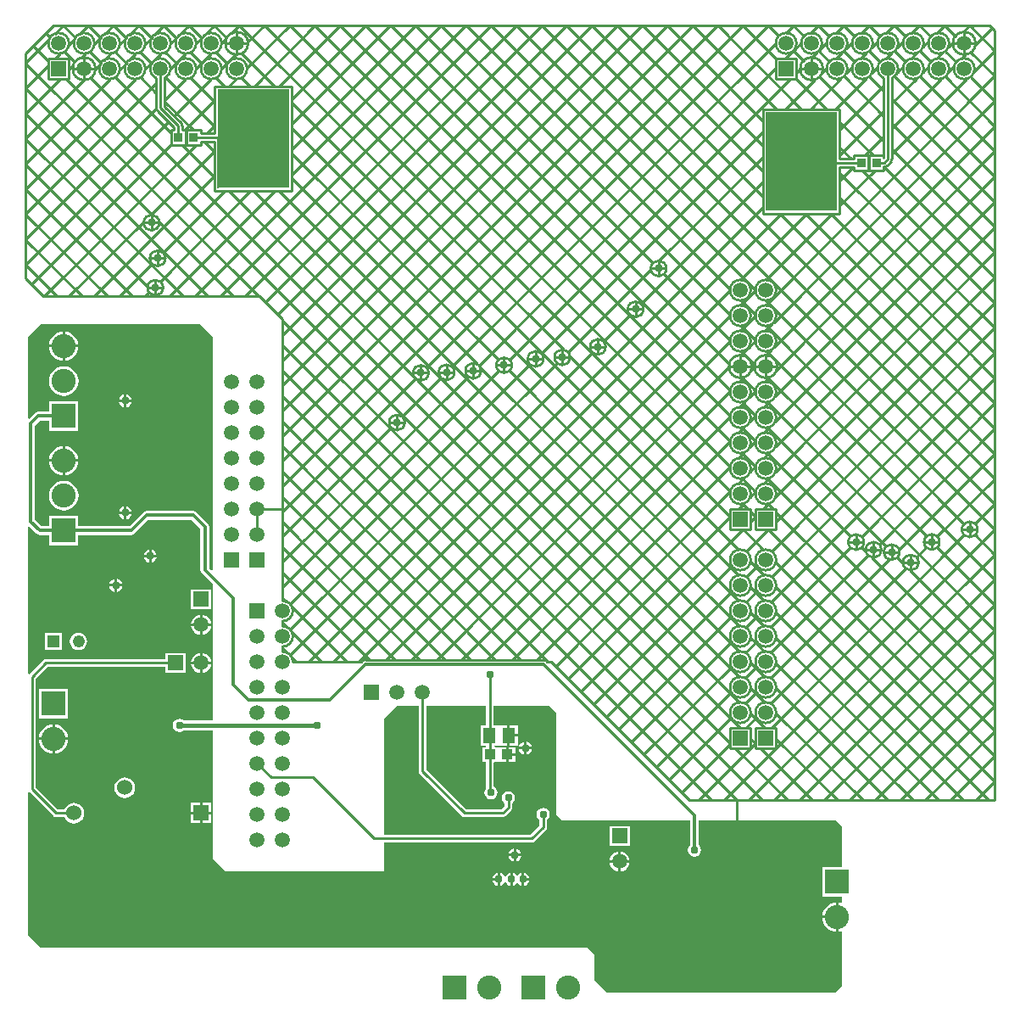
<source format=gbl>
G04 Layer_Physical_Order=2*
G04 Layer_Color=16711680*
%FSLAX25Y25*%
%MOIN*%
G70*
G01*
G75*
%ADD10C,0.01000*%
%ADD17R,0.05118X0.05906*%
%ADD20R,0.03500X0.03500*%
%ADD25C,0.01400*%
%ADD26C,0.01800*%
%ADD29R,0.09500X0.09500*%
%ADD30C,0.09500*%
%ADD31C,0.05906*%
%ADD32R,0.05906X0.05906*%
%ADD33R,0.05906X0.05906*%
%ADD34R,0.04800X0.04800*%
%ADD35C,0.04800*%
%ADD36C,0.06000*%
%ADD37R,0.06000X0.06000*%
%ADD38R,0.09500X0.09500*%
%ADD39C,0.03100*%
%ADD40R,0.04331X0.03937*%
%ADD41R,0.00500X0.20000*%
%ADD42R,0.28000X0.39000*%
G36*
X182500Y367500D02*
Y276105D01*
X182038Y275913D01*
X181233Y276718D01*
Y293000D01*
X181101Y293663D01*
X180726Y294226D01*
X176226Y298726D01*
X175663Y299101D01*
X175000Y299233D01*
X156500D01*
X155837Y299101D01*
X155274Y298726D01*
X149782Y293233D01*
X129750D01*
Y297250D01*
X118250D01*
Y293233D01*
X115218D01*
X112733Y295718D01*
Y332782D01*
X114718Y334767D01*
X118250D01*
Y330750D01*
X129750D01*
Y342250D01*
X118250D01*
Y338233D01*
X114000D01*
X113337Y338101D01*
X112774Y337726D01*
X110462Y335413D01*
X110000Y335605D01*
Y367500D01*
X115000Y372500D01*
X177500D01*
X182500Y367500D01*
D02*
G37*
G36*
X177767Y292282D02*
Y276000D01*
X177899Y275337D01*
X178274Y274774D01*
X182500Y270549D01*
Y216937D01*
X171191D01*
X170495Y217402D01*
X169500Y217600D01*
X168505Y217402D01*
X167662Y216839D01*
X167098Y215995D01*
X166900Y215000D01*
X167098Y214005D01*
X167662Y213161D01*
X168505Y212598D01*
X169500Y212400D01*
X170495Y212598D01*
X171191Y213063D01*
X182500D01*
Y162500D01*
X187500Y157500D01*
X250000D01*
Y168500D01*
Y168971D01*
X308000D01*
X308585Y169087D01*
X309081Y169419D01*
X313581Y173919D01*
X313913Y174415D01*
X314029Y175000D01*
Y177955D01*
X314338Y178162D01*
X314902Y179005D01*
X315100Y180000D01*
X314902Y180995D01*
X314338Y181838D01*
X313495Y182402D01*
X312500Y182600D01*
X311505Y182402D01*
X310662Y181838D01*
X310098Y180995D01*
X309900Y180000D01*
X310098Y179005D01*
X310662Y178162D01*
X310971Y177955D01*
Y175634D01*
X307366Y172029D01*
X250000D01*
Y217500D01*
X255000Y222500D01*
X263471D01*
Y197000D01*
X263587Y196415D01*
X263919Y195919D01*
X280419Y179419D01*
X280915Y179087D01*
X281500Y178971D01*
X296500D01*
X297085Y179087D01*
X297581Y179419D01*
X299877Y181714D01*
X300208Y182210D01*
X300325Y182795D01*
Y184455D01*
X300634Y184662D01*
X301197Y185505D01*
X301395Y186500D01*
X301197Y187495D01*
X300634Y188338D01*
X299790Y188902D01*
X298795Y189100D01*
X297800Y188902D01*
X296957Y188338D01*
X296393Y187495D01*
X296195Y186500D01*
X296393Y185505D01*
X296957Y184662D01*
X297266Y184455D01*
Y183429D01*
X295866Y182029D01*
X282134D01*
X266529Y197634D01*
Y222500D01*
X289971D01*
Y214953D01*
X287876D01*
Y207047D01*
X289971D01*
Y206469D01*
X288473D01*
Y200532D01*
X289971D01*
Y190053D01*
X289598Y189495D01*
X289400Y188500D01*
X289598Y187505D01*
X290161Y186662D01*
X291005Y186098D01*
X292000Y185900D01*
X292995Y186098D01*
X293839Y186662D01*
X294402Y187505D01*
X294600Y188500D01*
X294402Y189495D01*
X293839Y190338D01*
X293029Y190879D01*
Y200178D01*
X293383Y200532D01*
X294665D01*
X294803Y200532D01*
X294984D01*
X295165D01*
X295303Y200532D01*
X297831D01*
Y203500D01*
Y206469D01*
X295303D01*
X295165Y206469D01*
X294984D01*
X294803D01*
X294665Y206469D01*
X293511D01*
X293304Y206968D01*
X293383Y207047D01*
X294856D01*
X294994Y207047D01*
X295175D01*
X295356D01*
X295494Y207047D01*
X298415D01*
Y211000D01*
Y214953D01*
X295494D01*
X295356Y214953D01*
X295175D01*
X294994D01*
X294856Y214953D01*
X293029D01*
Y222500D01*
X315000D01*
X317500Y220000D01*
Y215000D01*
Y180000D01*
X320000Y177500D01*
X370267D01*
Y167909D01*
X370162Y167838D01*
X369598Y166995D01*
X369400Y166000D01*
X369598Y165005D01*
X370162Y164162D01*
X371005Y163598D01*
X372000Y163400D01*
X372995Y163598D01*
X373838Y164162D01*
X374402Y165005D01*
X374600Y166000D01*
X374402Y166995D01*
X373838Y167838D01*
X373733Y167909D01*
Y177500D01*
X427500D01*
X430000Y175000D01*
Y159250D01*
X422250D01*
Y147750D01*
X430000D01*
Y145566D01*
X429584Y145288D01*
X429501Y145323D01*
X428500Y145454D01*
Y139720D01*
Y133987D01*
X429501Y134118D01*
X429584Y134153D01*
X430000Y133875D01*
Y112500D01*
X427500Y110000D01*
X337500D01*
X332500Y115000D01*
Y125000D01*
X330000Y127500D01*
X115000D01*
X110000Y132500D01*
Y188645D01*
X110182Y188764D01*
X110500Y188837D01*
X119919Y179419D01*
X120415Y179087D01*
X121000Y178971D01*
X124304D01*
X124506Y178483D01*
X125147Y177647D01*
X125983Y177006D01*
X126956Y176603D01*
X128000Y176465D01*
X129044Y176603D01*
X130017Y177006D01*
X130853Y177647D01*
X131494Y178483D01*
X131897Y179456D01*
X132035Y180500D01*
X131897Y181544D01*
X131494Y182517D01*
X130853Y183353D01*
X130017Y183994D01*
X129044Y184397D01*
X128000Y184535D01*
X126956Y184397D01*
X125983Y183994D01*
X125147Y183353D01*
X124506Y182517D01*
X124304Y182029D01*
X121634D01*
X113029Y190633D01*
Y233366D01*
X117633Y237971D01*
X164047D01*
Y235547D01*
X171953D01*
Y243453D01*
X164047D01*
Y241029D01*
X117000D01*
X116512Y240932D01*
X116415Y240913D01*
X115919Y240581D01*
X110500Y235163D01*
X110182Y235236D01*
X110000Y235355D01*
Y292895D01*
X110462Y293087D01*
X113274Y290274D01*
X113837Y289899D01*
X114500Y289767D01*
X118250D01*
Y285750D01*
X129750D01*
Y289767D01*
X150500D01*
X151163Y289899D01*
X151726Y290274D01*
X157218Y295767D01*
X174282D01*
X177767Y292282D01*
D02*
G37*
%LPC*%
G36*
X305000Y205500D02*
X302999D01*
X303098Y205005D01*
X303661Y204162D01*
X304505Y203598D01*
X305000Y203500D01*
Y205500D01*
D02*
G37*
G36*
X301496Y203000D02*
X298831D01*
Y200532D01*
X301496D01*
Y203000D01*
D02*
G37*
G36*
X119500Y209221D02*
X114266D01*
X114398Y208219D01*
X114977Y206821D01*
X115899Y205620D01*
X117100Y204698D01*
X118499Y204118D01*
X119500Y203987D01*
Y209221D01*
D02*
G37*
G36*
X308000Y205500D02*
X306000D01*
Y203500D01*
X306495Y203598D01*
X307339Y204162D01*
X307902Y205005D01*
X308000Y205500D01*
D02*
G37*
G36*
X148000Y194535D02*
X146956Y194397D01*
X145983Y193994D01*
X145147Y193353D01*
X144506Y192517D01*
X144103Y191544D01*
X143965Y190500D01*
X144103Y189456D01*
X144506Y188483D01*
X145147Y187647D01*
X145983Y187006D01*
X146956Y186603D01*
X148000Y186466D01*
X149044Y186603D01*
X150017Y187006D01*
X150853Y187647D01*
X151494Y188483D01*
X151897Y189456D01*
X152034Y190500D01*
X151897Y191544D01*
X151494Y192517D01*
X150853Y193353D01*
X150017Y193994D01*
X149044Y194397D01*
X148000Y194535D01*
D02*
G37*
G36*
X182000Y180000D02*
X178500D01*
Y176500D01*
X182000D01*
Y180000D01*
D02*
G37*
G36*
X177500Y239000D02*
X174079D01*
X174149Y238468D01*
X174547Y237507D01*
X175181Y236681D01*
X176006Y236047D01*
X176968Y235649D01*
X177500Y235579D01*
Y239000D01*
D02*
G37*
G36*
X182000Y184500D02*
X178500D01*
Y181000D01*
X182000D01*
Y184500D01*
D02*
G37*
G36*
X177500D02*
X174000D01*
Y181000D01*
X177500D01*
Y184500D01*
D02*
G37*
G36*
X119500Y215454D02*
X118499Y215322D01*
X117100Y214743D01*
X115899Y213821D01*
X114977Y212620D01*
X114398Y211222D01*
X114266Y210221D01*
X119500D01*
Y215454D01*
D02*
G37*
G36*
X302474Y210500D02*
X299415D01*
Y207047D01*
X302474D01*
Y210500D01*
D02*
G37*
G36*
X299415Y214953D02*
Y211500D01*
X302474D01*
Y214953D01*
X299415D01*
D02*
G37*
G36*
X120500Y215454D02*
Y210221D01*
X125734D01*
X125602Y211222D01*
X125023Y212620D01*
X124101Y213821D01*
X122900Y214743D01*
X121501Y215322D01*
X120500Y215454D01*
D02*
G37*
G36*
X306000Y208501D02*
Y206500D01*
X308000D01*
X307902Y206995D01*
X307339Y207839D01*
X306495Y208402D01*
X306000Y208501D01*
D02*
G37*
G36*
X125750Y229250D02*
X114250D01*
Y217750D01*
X125750D01*
Y229250D01*
D02*
G37*
G36*
X125734Y209221D02*
X120500D01*
Y203987D01*
X121501Y204118D01*
X122900Y204698D01*
X124101Y205620D01*
X125023Y206821D01*
X125602Y208219D01*
X125734Y209221D01*
D02*
G37*
G36*
X305000Y208501D02*
X304505Y208402D01*
X303661Y207839D01*
X303098Y206995D01*
X302999Y206500D01*
X305000D01*
Y208501D01*
D02*
G37*
G36*
X298831Y206469D02*
Y204000D01*
X301496D01*
Y206469D01*
X298831D01*
D02*
G37*
G36*
X299500Y157001D02*
X299005Y156902D01*
X298162Y156338D01*
X297801Y155798D01*
X297199D01*
X296838Y156338D01*
X295995Y156902D01*
X295500Y157001D01*
Y154500D01*
Y151999D01*
X295995Y152098D01*
X296838Y152662D01*
X297199Y153202D01*
X297801D01*
X298162Y152662D01*
X299005Y152098D01*
X299500Y151999D01*
Y154500D01*
Y157001D01*
D02*
G37*
G36*
X305000D02*
Y155000D01*
X307000D01*
X306902Y155495D01*
X306339Y156338D01*
X305495Y156902D01*
X305000Y157001D01*
D02*
G37*
G36*
X342000Y161000D02*
X338579D01*
X338649Y160468D01*
X339047Y159507D01*
X339681Y158681D01*
X340507Y158047D01*
X341468Y157649D01*
X342000Y157579D01*
Y161000D01*
D02*
G37*
G36*
X304000Y157001D02*
X303505Y156902D01*
X302661Y156338D01*
X302500Y156097D01*
X302000D01*
X301838Y156338D01*
X300995Y156902D01*
X300500Y157001D01*
Y154500D01*
Y151999D01*
X300995Y152098D01*
X301838Y152662D01*
X302000Y152903D01*
X302500D01*
X302661Y152662D01*
X303505Y152098D01*
X304000Y151999D01*
Y154500D01*
Y157001D01*
D02*
G37*
G36*
X294500D02*
X294005Y156902D01*
X293162Y156338D01*
X292598Y155495D01*
X292499Y155000D01*
X294500D01*
Y157001D01*
D02*
G37*
G36*
X427500Y145454D02*
X426499Y145323D01*
X425100Y144743D01*
X423899Y143821D01*
X422977Y142620D01*
X422398Y141221D01*
X422266Y140220D01*
X427500D01*
Y145454D01*
D02*
G37*
G36*
Y139220D02*
X422266D01*
X422398Y138219D01*
X422977Y136821D01*
X423899Y135619D01*
X425100Y134698D01*
X426499Y134118D01*
X427500Y133987D01*
Y139220D01*
D02*
G37*
G36*
X307000Y154000D02*
X305000D01*
Y151999D01*
X305495Y152098D01*
X306339Y152662D01*
X306902Y153505D01*
X307000Y154000D01*
D02*
G37*
G36*
X294500D02*
X292499D01*
X292598Y153505D01*
X293162Y152662D01*
X294005Y152098D01*
X294500Y151999D01*
Y154000D01*
D02*
G37*
G36*
X301854Y166500D02*
Y164500D01*
X303855D01*
X303756Y164995D01*
X303193Y165838D01*
X302349Y166402D01*
X301854Y166500D01*
D02*
G37*
G36*
X300854D02*
X300359Y166402D01*
X299516Y165838D01*
X298952Y164995D01*
X298854Y164500D01*
X300854D01*
Y166500D01*
D02*
G37*
G36*
X177500Y180000D02*
X174000D01*
Y176500D01*
X177500D01*
Y180000D01*
D02*
G37*
G36*
X346453Y175453D02*
X338547D01*
Y167547D01*
X346453D01*
Y175453D01*
D02*
G37*
G36*
X343000Y165421D02*
Y162000D01*
X346421D01*
X346351Y162532D01*
X345953Y163493D01*
X345319Y164319D01*
X344493Y164953D01*
X343532Y165351D01*
X343000Y165421D01*
D02*
G37*
G36*
X300854Y163500D02*
X298854D01*
X298952Y163005D01*
X299516Y162162D01*
X300359Y161598D01*
X300854Y161500D01*
Y163500D01*
D02*
G37*
G36*
X346421Y161000D02*
X343000D01*
Y157579D01*
X343532Y157649D01*
X344493Y158047D01*
X345319Y158681D01*
X345953Y159507D01*
X346351Y160468D01*
X346421Y161000D01*
D02*
G37*
G36*
X342000Y165421D02*
X341468Y165351D01*
X340507Y164953D01*
X339681Y164319D01*
X339047Y163493D01*
X338649Y162532D01*
X338579Y162000D01*
X342000D01*
Y165421D01*
D02*
G37*
G36*
X303855Y163500D02*
X301854D01*
Y161500D01*
X302349Y161598D01*
X303193Y162162D01*
X303756Y163005D01*
X303855Y163500D01*
D02*
G37*
G36*
X129734Y318559D02*
X124500D01*
Y313325D01*
X125501Y313457D01*
X126900Y314036D01*
X128101Y314958D01*
X129023Y316159D01*
X129602Y317558D01*
X129734Y318559D01*
D02*
G37*
G36*
X123500D02*
X118266D01*
X118398Y317558D01*
X118977Y316159D01*
X119899Y314958D01*
X121100Y314036D01*
X122499Y313457D01*
X123500Y313325D01*
Y318559D01*
D02*
G37*
G36*
X124500Y324793D02*
Y319559D01*
X129734D01*
X129602Y320560D01*
X129023Y321959D01*
X128101Y323160D01*
X126900Y324082D01*
X125501Y324661D01*
X124500Y324793D01*
D02*
G37*
G36*
X123500D02*
X122499Y324661D01*
X121100Y324082D01*
X119899Y323160D01*
X118977Y321959D01*
X118398Y320560D01*
X118266Y319559D01*
X123500D01*
Y324793D01*
D02*
G37*
G36*
X124000Y311079D02*
X122499Y310881D01*
X121100Y310302D01*
X119899Y309381D01*
X118977Y308179D01*
X118398Y306781D01*
X118200Y305279D01*
X118398Y303779D01*
X118977Y302380D01*
X119899Y301179D01*
X121100Y300257D01*
X122499Y299677D01*
X124000Y299480D01*
X125501Y299677D01*
X126900Y300257D01*
X128101Y301179D01*
X129023Y302380D01*
X129602Y303779D01*
X129800Y305279D01*
X129602Y306781D01*
X129023Y308179D01*
X128101Y309381D01*
X126900Y310302D01*
X125501Y310881D01*
X124000Y311079D01*
D02*
G37*
G36*
X150741Y298000D02*
X148740D01*
Y296000D01*
X149235Y296098D01*
X150079Y296661D01*
X150642Y297505D01*
X150741Y298000D01*
D02*
G37*
G36*
X147740D02*
X145740D01*
X145838Y297505D01*
X146402Y296661D01*
X147245Y296098D01*
X147740Y296000D01*
Y298000D01*
D02*
G37*
G36*
X148740Y301000D02*
Y299000D01*
X150741D01*
X150642Y299495D01*
X150079Y300339D01*
X149235Y300902D01*
X148740Y301000D01*
D02*
G37*
G36*
X147740D02*
X147245Y300902D01*
X146402Y300339D01*
X145838Y299495D01*
X145740Y299000D01*
X147740D01*
Y301000D01*
D02*
G37*
G36*
X129734Y363559D02*
X124500D01*
Y358325D01*
X125501Y358457D01*
X126900Y359036D01*
X128101Y359958D01*
X129023Y361159D01*
X129602Y362558D01*
X129734Y363559D01*
D02*
G37*
G36*
X123500D02*
X118266D01*
X118398Y362558D01*
X118977Y361159D01*
X119899Y359958D01*
X121100Y359036D01*
X122499Y358457D01*
X123500Y358325D01*
Y363559D01*
D02*
G37*
G36*
X124500Y369793D02*
Y364559D01*
X129734D01*
X129602Y365560D01*
X129023Y366959D01*
X128101Y368160D01*
X126900Y369082D01*
X125501Y369661D01*
X124500Y369793D01*
D02*
G37*
G36*
X123500Y369793D02*
X122499Y369661D01*
X121100Y369082D01*
X119899Y368160D01*
X118977Y366959D01*
X118398Y365560D01*
X118266Y364559D01*
X123500D01*
Y369793D01*
D02*
G37*
G36*
X124000Y356079D02*
X122499Y355882D01*
X121100Y355302D01*
X119899Y354380D01*
X118977Y353179D01*
X118398Y351781D01*
X118200Y350279D01*
X118398Y348779D01*
X118977Y347380D01*
X119899Y346179D01*
X121100Y345257D01*
X122499Y344677D01*
X124000Y344480D01*
X125501Y344677D01*
X126900Y345257D01*
X128101Y346179D01*
X129023Y347380D01*
X129602Y348779D01*
X129800Y350279D01*
X129602Y351781D01*
X129023Y353179D01*
X128101Y354380D01*
X126900Y355302D01*
X125501Y355882D01*
X124000Y356079D01*
D02*
G37*
G36*
X150741Y342000D02*
X148740D01*
Y340000D01*
X149235Y340098D01*
X150079Y340662D01*
X150642Y341505D01*
X150741Y342000D01*
D02*
G37*
G36*
X147740D02*
X145740D01*
X145838Y341505D01*
X146402Y340662D01*
X147245Y340098D01*
X147740Y340000D01*
Y342000D01*
D02*
G37*
G36*
X148740Y345001D02*
Y343000D01*
X150741D01*
X150642Y343495D01*
X150079Y344338D01*
X149235Y344902D01*
X148740Y345001D01*
D02*
G37*
G36*
X147740D02*
X147245Y344902D01*
X146402Y344338D01*
X145838Y343495D01*
X145740Y343000D01*
X147740D01*
Y345001D01*
D02*
G37*
G36*
X181921Y254000D02*
X178500D01*
Y250579D01*
X179032Y250649D01*
X179993Y251047D01*
X180819Y251681D01*
X181453Y252507D01*
X181851Y253468D01*
X181921Y254000D01*
D02*
G37*
G36*
X177500D02*
X174079D01*
X174149Y253468D01*
X174547Y252507D01*
X175181Y251681D01*
X176007Y251047D01*
X176968Y250649D01*
X177500Y250579D01*
Y254000D01*
D02*
G37*
G36*
X178500Y258421D02*
Y255000D01*
X181921D01*
X181851Y255532D01*
X181453Y256493D01*
X180819Y257319D01*
X179993Y257953D01*
X179032Y258351D01*
X178500Y258421D01*
D02*
G37*
G36*
X177500D02*
X176968Y258351D01*
X176007Y257953D01*
X175181Y257319D01*
X174547Y256493D01*
X174149Y255532D01*
X174079Y255000D01*
X177500D01*
Y258421D01*
D02*
G37*
G36*
X123400Y251400D02*
X116600D01*
Y244600D01*
X123400D01*
Y251400D01*
D02*
G37*
G36*
X177500Y243421D02*
X176968Y243351D01*
X176006Y242953D01*
X175181Y242319D01*
X174547Y241493D01*
X174149Y240532D01*
X174079Y240000D01*
X177500D01*
Y243421D01*
D02*
G37*
G36*
X181921Y239000D02*
X178500D01*
Y235579D01*
X179032Y235649D01*
X179993Y236047D01*
X180819Y236681D01*
X181453Y237507D01*
X181851Y238468D01*
X181921Y239000D01*
D02*
G37*
G36*
X129800Y251429D02*
X128912Y251312D01*
X128085Y250970D01*
X127375Y250425D01*
X126830Y249715D01*
X126488Y248888D01*
X126371Y248000D01*
X126488Y247112D01*
X126830Y246285D01*
X127375Y245575D01*
X128085Y245030D01*
X128912Y244688D01*
X129800Y244571D01*
X130688Y244688D01*
X131515Y245030D01*
X132225Y245575D01*
X132770Y246285D01*
X133113Y247112D01*
X133229Y248000D01*
X133113Y248888D01*
X132770Y249715D01*
X132225Y250425D01*
X131515Y250970D01*
X130688Y251312D01*
X129800Y251429D01*
D02*
G37*
G36*
X178500Y243421D02*
Y240000D01*
X181921D01*
X181851Y240532D01*
X181453Y241493D01*
X180819Y242319D01*
X179993Y242953D01*
X179032Y243351D01*
X178500Y243421D01*
D02*
G37*
G36*
X160501Y281000D02*
X158500D01*
Y278999D01*
X158995Y279098D01*
X159838Y279661D01*
X160402Y280505D01*
X160501Y281000D01*
D02*
G37*
G36*
X157500D02*
X155499D01*
X155598Y280505D01*
X156162Y279661D01*
X157005Y279098D01*
X157500Y278999D01*
Y281000D01*
D02*
G37*
G36*
X158500Y284000D02*
Y282000D01*
X160501D01*
X160402Y282495D01*
X159838Y283338D01*
X158995Y283902D01*
X158500Y284000D01*
D02*
G37*
G36*
X157500D02*
X157005Y283902D01*
X156162Y283338D01*
X155598Y282495D01*
X155499Y282000D01*
X157500D01*
Y284000D01*
D02*
G37*
G36*
X145000Y272500D02*
Y270500D01*
X147001D01*
X146902Y270995D01*
X146338Y271838D01*
X145495Y272402D01*
X145000Y272500D01*
D02*
G37*
G36*
X144000Y269500D02*
X141999D01*
X142098Y269005D01*
X142662Y268162D01*
X143505Y267598D01*
X144000Y267499D01*
Y269500D01*
D02*
G37*
G36*
X181953Y268453D02*
X174047D01*
Y260547D01*
X181953D01*
Y268453D01*
D02*
G37*
G36*
X144000Y272500D02*
X143505Y272402D01*
X142662Y271838D01*
X142098Y270995D01*
X141999Y270500D01*
X144000D01*
Y272500D01*
D02*
G37*
G36*
X147001Y269500D02*
X145000D01*
Y267499D01*
X145495Y267598D01*
X146338Y268162D01*
X146902Y269005D01*
X147001Y269500D01*
D02*
G37*
%LPD*%
D10*
X482453Y483000D02*
G03*
X482453Y483000I-4453J0D01*
G01*
X482053Y473000D02*
G03*
X482053Y473000I-4053J0D01*
G01*
X472053Y483000D02*
G03*
X472053Y483000I-4053J0D01*
G01*
Y473000D02*
G03*
X472053Y473000I-4053J0D01*
G01*
X462053Y483000D02*
G03*
X462053Y483000I-4053J0D01*
G01*
X442053D02*
G03*
X442053Y483000I-4053J0D01*
G01*
X462053Y473000D02*
G03*
X462053Y473000I-4053J0D01*
G01*
X452053D02*
G03*
X446400Y469276I-4053J0D01*
G01*
X452053Y483000D02*
G03*
X452053Y483000I-4053J0D01*
G01*
X442053Y473000D02*
G03*
X442053Y473000I-4053J0D01*
G01*
X449600Y469276D02*
G03*
X452053Y473000I-1600J3724D01*
G01*
X449130Y436367D02*
G03*
X449600Y437500I-1130J1133D01*
G01*
X449131Y436369D02*
G03*
X449600Y437500I-1131J1131D01*
G01*
X446500Y434400D02*
G03*
X447633Y434870I0J1600D01*
G01*
X446500Y434400D02*
G03*
X447631Y434869I0J1600D01*
G01*
X432053Y483000D02*
G03*
X432053Y483000I-4053J0D01*
G01*
X432053Y473000D02*
G03*
X432053Y473000I-4053J0D01*
G01*
X422053Y483000D02*
G03*
X422053Y483000I-4053J0D01*
G01*
X412053D02*
G03*
X412053Y483000I-4053J0D01*
G01*
X422453Y473000D02*
G03*
X422453Y473000I-4453J0D01*
G01*
X404053Y376000D02*
G03*
X404053Y376000I-4053J0D01*
G01*
Y386000D02*
G03*
X404053Y386000I-4053J0D01*
G01*
Y366000D02*
G03*
X404053Y366000I-4053J0D01*
G01*
X394053Y376000D02*
G03*
X394053Y376000I-4053J0D01*
G01*
Y366000D02*
G03*
X394053Y366000I-4053J0D01*
G01*
Y386000D02*
G03*
X394053Y386000I-4053J0D01*
G01*
X404453Y356000D02*
G03*
X404453Y356000I-4453J0D01*
G01*
X394453Y356000D02*
G03*
X394453Y356000I-4453J0D01*
G01*
X483211Y292000D02*
G03*
X483211Y292000I-3050J0D01*
G01*
X468300Y287059D02*
G03*
X468300Y287059I-3050J0D01*
G01*
X445442Y284000D02*
G03*
X445442Y284000I-3050J0D01*
G01*
X438542Y287000D02*
G03*
X438542Y287000I-3050J0D01*
G01*
X452550Y283063D02*
G03*
X452550Y283063I-3050J0D01*
G01*
X460050Y279000D02*
G03*
X460050Y279000I-3050J0D01*
G01*
X404053Y346000D02*
G03*
X404053Y346000I-4053J0D01*
G01*
Y336000D02*
G03*
X404053Y336000I-4053J0D01*
G01*
Y326000D02*
G03*
X404053Y326000I-4053J0D01*
G01*
Y316000D02*
G03*
X404053Y316000I-4053J0D01*
G01*
Y306000D02*
G03*
X404053Y306000I-4053J0D01*
G01*
Y280000D02*
G03*
X404053Y280000I-4053J0D01*
G01*
X394053Y346000D02*
G03*
X394053Y346000I-4053J0D01*
G01*
Y336000D02*
G03*
X394053Y336000I-4053J0D01*
G01*
Y326000D02*
G03*
X394053Y326000I-4053J0D01*
G01*
Y316000D02*
G03*
X394053Y316000I-4053J0D01*
G01*
X394053Y306000D02*
G03*
X394053Y306000I-4053J0D01*
G01*
X404053Y260000D02*
G03*
X404053Y260000I-4053J0D01*
G01*
Y250000D02*
G03*
X404053Y250000I-4053J0D01*
G01*
Y270000D02*
G03*
X404053Y270000I-4053J0D01*
G01*
Y240000D02*
G03*
X404053Y240000I-4053J0D01*
G01*
Y230000D02*
G03*
X404053Y230000I-4053J0D01*
G01*
Y220000D02*
G03*
X404053Y220000I-4053J0D01*
G01*
X394053Y270000D02*
G03*
X394053Y270000I-4053J0D01*
G01*
Y260000D02*
G03*
X394053Y260000I-4053J0D01*
G01*
Y280000D02*
G03*
X394053Y280000I-4053J0D01*
G01*
Y240000D02*
G03*
X394053Y240000I-4053J0D01*
G01*
Y250000D02*
G03*
X394053Y250000I-4053J0D01*
G01*
Y220000D02*
G03*
X394053Y220000I-4053J0D01*
G01*
Y230000D02*
G03*
X394053Y230000I-4053J0D01*
G01*
X186053Y483000D02*
G03*
X186053Y483000I-4053J0D01*
G01*
X196453D02*
G03*
X196453Y483000I-4453J0D01*
G01*
X196053Y473000D02*
G03*
X196053Y473000I-4053J0D01*
G01*
X186053D02*
G03*
X186053Y473000I-4053J0D01*
G01*
X176053Y483000D02*
G03*
X176053Y483000I-4053J0D01*
G01*
Y473000D02*
G03*
X176053Y473000I-4053J0D01*
G01*
X360912Y394500D02*
G03*
X360912Y394500I-3050J0D01*
G01*
X170600Y450500D02*
G03*
X170130Y451633I-1600J0D01*
G01*
X170600Y450500D02*
G03*
X170131Y451631I-1600J0D01*
G01*
X166053Y483000D02*
G03*
X166053Y483000I-4053J0D01*
G01*
X156053D02*
G03*
X156053Y483000I-4053J0D01*
G01*
X146053D02*
G03*
X146053Y483000I-4053J0D01*
G01*
X166053Y473000D02*
G03*
X160400Y469276I-4053J0D01*
G01*
X156053Y473000D02*
G03*
X156053Y473000I-4053J0D01*
G01*
X146053D02*
G03*
X146053Y473000I-4053J0D01*
G01*
X136053Y483000D02*
G03*
X136053Y483000I-4053J0D01*
G01*
X126053D02*
G03*
X126053Y483000I-4053J0D01*
G01*
X136453Y473000D02*
G03*
X136453Y473000I-4453J0D01*
G01*
X163600Y469276D02*
G03*
X166053Y473000I-1600J3724D01*
G01*
X160400Y457500D02*
G03*
X160869Y456369I1600J0D01*
G01*
X160400Y457500D02*
G03*
X160870Y456367I1600J0D01*
G01*
X163962Y398500D02*
G03*
X163962Y398500I-3050J0D01*
G01*
X163050Y387000D02*
G03*
X163050Y387000I-3050J0D01*
G01*
X161550Y412500D02*
G03*
X161550Y412500I-3050J0D01*
G01*
X351852Y378500D02*
G03*
X351852Y378500I-3050J0D01*
G01*
X337050Y363699D02*
G03*
X337050Y363699I-3050J0D01*
G01*
X323050Y359598D02*
G03*
X323050Y359598I-3050J0D01*
G01*
X313775Y240270D02*
G03*
X312500Y240800I-1275J-1270D01*
G01*
X312550Y358998D02*
G03*
X312550Y358998I-3050J0D01*
G01*
X300153Y356500D02*
G03*
X300153Y356500I-3050J0D01*
G01*
X288050Y354296D02*
G03*
X288050Y354296I-3050J0D01*
G01*
X277550Y353696D02*
G03*
X277550Y353696I-3050J0D01*
G01*
X267455Y353500D02*
G03*
X267455Y353500I-3050J0D01*
G01*
X258050Y334000D02*
G03*
X258050Y334000I-3050J0D01*
G01*
X242500Y240800D02*
G03*
X241227Y240273I0J-1800D01*
G01*
X313773D02*
G03*
X312500Y240800I-1273J-1273D01*
G01*
X242500D02*
G03*
X241225Y240270I0J-1800D01*
G01*
X214053Y260000D02*
G03*
X210000Y264053I-4053J0D01*
G01*
X214053Y250000D02*
G03*
X210000Y254053I-4053J0D01*
G01*
Y255947D02*
G03*
X214053Y260000I0J4053D01*
G01*
X210000Y245947D02*
G03*
X214053Y250000I0J4053D01*
G01*
Y240000D02*
G03*
X210000Y244053I-4053J0D01*
G01*
X488000Y490000D02*
X490000Y488000D01*
X480150Y490000D02*
X490000Y480150D01*
X477528Y487428D02*
X480100Y490000D01*
X478000Y483000D02*
X481953D01*
X482414Y482414D02*
X489000Y489000D01*
X474047Y483000D02*
X478000D01*
X470251Y490000D02*
X474499Y485752D01*
X478000Y483000D02*
Y486953D01*
X467167Y486966D02*
X470201Y490000D01*
X478000Y479047D02*
Y483000D01*
X471857Y481757D02*
X473572Y483472D01*
X481937Y472037D02*
X490000Y480101D01*
X470523Y479828D02*
X474828Y475523D01*
X476901Y476901D02*
X478586Y478586D01*
X480752Y479499D02*
X490000Y470251D01*
X467037Y476937D02*
X469243Y479143D01*
X471901Y471901D02*
X474099Y474099D01*
X461857Y471757D02*
X464063Y473963D01*
X457292Y486990D02*
X460301Y490000D01*
X460351D02*
X464828Y485523D01*
X450452Y490000D02*
X454873Y485578D01*
X461805Y481604D02*
X464034Y483833D01*
X451740Y481438D02*
X454010Y483708D01*
X447412Y487010D02*
X450402Y490000D01*
X440552D02*
X444919Y485633D01*
X437528Y487025D02*
X440503Y490000D01*
X441659Y481257D02*
X443990Y483588D01*
X457167Y476966D02*
X459396Y479195D01*
X460578Y479873D02*
X464873Y475578D01*
X450633Y479919D02*
X454919Y475633D01*
X451805Y471604D02*
X454034Y473833D01*
X447292Y476990D02*
X449562Y479260D01*
X440687Y479966D02*
X444966Y475687D01*
X441740Y471438D02*
X444010Y473708D01*
X480523Y469828D02*
X490000Y460351D01*
X470578Y469873D02*
X490000Y450452D01*
X460633Y469919D02*
X490000Y440552D01*
X449600Y449600D02*
X469099Y469099D01*
X449600Y439701D02*
X478963Y469063D01*
X449600Y459500D02*
X459243Y469143D01*
X449600Y437500D02*
Y469276D01*
X440740Y470014D02*
X446400Y464353D01*
Y438163D02*
Y469276D01*
X446350Y438113D02*
Y438850D01*
X450687Y469966D02*
X490000Y430653D01*
X449600Y461153D02*
X490000Y420753D01*
X449600Y451254D02*
X490000Y410854D01*
X449600Y441354D02*
X490000Y400954D01*
X446648Y434407D02*
X490000Y391055D01*
X447633Y434870D02*
X449130Y436367D01*
X446350Y433150D02*
Y434400D01*
X430792Y470062D02*
X446400Y454454D01*
X429100Y448899D02*
X446400Y466199D01*
X421126Y469829D02*
X446400Y444554D01*
X438850Y438850D02*
X446400Y446400D01*
X440650Y433150D02*
X446350D01*
X429100Y439000D02*
X446400Y456299D01*
X440650Y438850D02*
X446350D01*
X440650Y433150D02*
Y438850D01*
X429100Y451955D02*
X442205Y438850D01*
X434650Y433150D02*
X440350D01*
X434650Y438850D02*
X440350D01*
X404284Y354787D02*
X490000Y440503D01*
X403663Y344266D02*
X490000Y430603D01*
X403414Y363816D02*
X490000Y450402D01*
X429100Y422257D02*
X490000Y361356D01*
X425557Y415900D02*
X490000Y351457D01*
X438005Y433150D02*
X490000Y381155D01*
X403157Y373458D02*
X490000Y460302D01*
X399849Y380050D02*
X490000Y470201D01*
X429100Y432156D02*
X490000Y371256D01*
X429100Y419201D02*
X443049Y433150D01*
X427640Y487037D02*
X430603Y490000D01*
X430653D02*
X434966Y485687D01*
X431553Y481051D02*
X433975Y483472D01*
X437412Y477010D02*
X439743Y479341D01*
X427528Y477025D02*
X429949Y479447D01*
X417748Y487045D02*
X420704Y490000D01*
X420753D02*
X425014Y485740D01*
X417748Y487045D02*
X420704Y490000D01*
X421405Y480802D02*
X423963Y483360D01*
X418055Y477452D02*
X420198Y479595D01*
X430740Y480014D02*
X435014Y475740D01*
X431659Y471257D02*
X433990Y473588D01*
X427401Y457100D02*
X439562Y469260D01*
X429100Y437600D02*
Y457100D01*
X417502D02*
X429743Y469341D01*
X420792Y480062D02*
X425062Y475792D01*
X422282Y471780D02*
X423975Y473472D01*
X418000Y473000D02*
Y476953D01*
Y473000D02*
X421953D01*
X418000Y469047D02*
Y473000D01*
X410854Y490000D02*
X415062Y485792D01*
X411134Y480431D02*
X413955Y483251D01*
X411134Y480431D02*
X413955Y483251D01*
X403947Y477053D02*
X412053D01*
X407854Y487050D02*
X410804Y490000D01*
X400954D02*
X405112Y485843D01*
X391055Y490000D02*
X404002Y477053D01*
X407756D02*
X410569Y479866D01*
X407756Y477053D02*
X410569Y479866D01*
X414047Y473000D02*
X418000D01*
X410843Y480112D02*
X414829Y476126D01*
X407603Y457100D02*
X419220Y468718D01*
X412053Y469002D02*
X423955Y457100D01*
X398900D02*
X429100D01*
X403947Y468947D02*
Y477053D01*
X412053Y468947D02*
Y477053D01*
X381155Y490000D02*
X414055Y457100D01*
X412053Y471450D02*
X413548Y472945D01*
X403947Y468947D02*
X412053D01*
X434650Y437600D02*
Y438850D01*
X440350Y433150D02*
Y438850D01*
X429100Y437600D02*
X434650D01*
Y433150D02*
Y434400D01*
X429100Y429100D02*
X434400Y434400D01*
X429100D02*
X434650D01*
X429100Y442056D02*
X433556Y437600D01*
X429100Y415900D02*
Y434400D01*
X398900Y415900D02*
Y457100D01*
X399952Y390053D02*
X425799Y415900D01*
X398900D02*
X429100D01*
X399743Y370045D02*
X402542Y372844D01*
X400303Y361959D02*
X402794Y359467D01*
X400000Y356000D02*
X403953D01*
X400050Y360453D02*
X402184Y362586D01*
X400000Y356000D02*
Y359953D01*
Y352047D02*
Y356000D01*
X399522Y350025D02*
X401213Y351716D01*
X396047Y356000D02*
X400000D01*
X390052Y390052D02*
X415900Y415900D01*
X390208Y381953D02*
X395953Y376208D01*
X389952Y380052D02*
X395948Y386048D01*
X390302Y371959D02*
X395959Y366302D01*
X393157Y363458D02*
X395955Y366257D01*
X389849Y370050D02*
X395950Y376151D01*
X390395Y361966D02*
X395611Y356751D01*
X390149Y360450D02*
X392542Y362843D01*
X394241Y354643D02*
X395548Y355950D01*
X393559Y344062D02*
X395975Y346478D01*
X390836Y351626D02*
X395976Y346486D01*
X390000Y356000D02*
X393953D01*
X390000D02*
Y359953D01*
X386047Y356000D02*
X390000D01*
Y352047D02*
Y356000D01*
X389634Y350036D02*
X391357Y351759D01*
X482282Y294192D02*
X490000Y301910D01*
X467407Y289216D02*
X490000Y311809D01*
X437649Y289157D02*
X490000Y341508D01*
X480161Y292000D02*
Y294550D01*
Y292000D02*
X482711D01*
X477610D02*
X480161D01*
Y289450D02*
Y292000D01*
X465250Y287059D02*
Y289609D01*
Y287059D02*
X467800D01*
X462700D02*
X465250D01*
X452374Y284083D02*
X490000Y321709D01*
Y185500D02*
Y488000D01*
X444549Y286157D02*
X490000Y331608D01*
X465250Y284509D02*
Y287059D01*
X482317Y289843D02*
X490000Y282161D01*
X435492Y287000D02*
Y289550D01*
Y287000D02*
X438042D01*
X435492Y284450D02*
Y287000D01*
X415658Y415900D02*
X490000Y341558D01*
X405758Y415900D02*
X490000Y331658D01*
X403743Y334447D02*
X490000Y420704D01*
X403860Y314764D02*
X490000Y400905D01*
X403903Y304908D02*
X490000Y391005D01*
X403807Y324612D02*
X490000Y410804D01*
X404053Y295158D02*
X490000Y381106D01*
X400208Y371953D02*
X478004Y294157D01*
X400111Y381949D02*
X490000Y292060D01*
X400751Y351611D02*
X463120Y289242D01*
X400662Y322002D02*
X433423Y289240D01*
X402199Y283405D02*
X490000Y371206D01*
X403467Y358794D02*
X490000Y272261D01*
X402137Y273444D02*
X490000Y361307D01*
X402074Y263482D02*
X490000Y351407D01*
X404053Y206063D02*
X490000Y292010D01*
X400486Y341976D02*
X490000Y252462D01*
X400747Y312017D02*
X490000Y222764D01*
X404053Y298811D02*
X490000Y212864D01*
X400574Y331988D02*
X447343Y285219D01*
X402143Y214053D02*
X477969Y289879D01*
X401017Y291947D02*
X490000Y202965D01*
X449500Y283063D02*
Y285613D01*
X459250Y281059D02*
X463093Y284903D01*
X454450Y279000D02*
X457000D01*
X459550D01*
X449500Y283063D02*
X452050D01*
X442392Y284000D02*
X444942D01*
X442392Y281450D02*
Y284000D01*
Y286550D01*
X449500Y280513D02*
Y283063D01*
X446950D02*
X449500D01*
X467433Y284929D02*
X490000Y262362D01*
X456584Y275978D02*
X490000Y242563D01*
X442887Y185500D02*
X490000Y232613D01*
X472585Y185500D02*
X490000Y202915D01*
X482485Y185500D02*
X490000Y193015D01*
X462686Y185500D02*
X490000Y212814D01*
X457000Y279000D02*
Y281550D01*
X451657Y280906D02*
X453978Y278584D01*
X457000Y276450D02*
Y279000D01*
X452786Y185500D02*
X490000Y222714D01*
X439842Y284000D02*
X442392D01*
X441612Y281051D02*
X490000Y232663D01*
X401881Y233590D02*
X448480Y280188D01*
X403954Y279111D02*
X490000Y193065D01*
X413188Y185500D02*
X490000Y262312D01*
X401815Y223624D02*
X454941Y276750D01*
X432942Y287000D02*
X435492D01*
X437733Y284930D02*
X439443Y283220D01*
X402011Y253519D02*
X433336Y284843D01*
X404036Y219632D02*
X438168Y185500D01*
X401946Y243555D02*
X440235Y281843D01*
X403289Y185500D02*
X490000Y272211D01*
X403972Y269194D02*
X487666Y185500D01*
X393389D02*
X490000Y282111D01*
X432987Y185500D02*
X490000Y242513D01*
X423088Y185500D02*
X490000Y252412D01*
X403988Y259278D02*
X477766Y185500D01*
X404003Y249364D02*
X467867Y185500D01*
X403972Y269194D02*
X487666Y185500D01*
X404027Y229541D02*
X448068Y185500D01*
X404015Y239452D02*
X457967Y185500D01*
X399406Y340009D02*
X401734Y342337D01*
X399286Y329989D02*
X401553Y332257D01*
X399161Y319965D02*
X401388Y322193D01*
X393808Y314612D02*
X396035Y316839D01*
X393743Y324447D02*
X396011Y326714D01*
X399030Y309935D02*
X401236Y312140D01*
X393860Y304765D02*
X396065Y306969D01*
X400831Y302033D02*
X402811Y300053D01*
X404053Y291947D02*
Y300053D01*
X395947Y291947D02*
X404053D01*
X395947Y300053D02*
X404053D01*
X399048D02*
X401092Y302097D01*
X395947Y291947D02*
Y300053D01*
X394053Y291947D02*
Y300053D01*
Y295058D02*
X395947Y296952D01*
X394053Y298912D02*
X395947Y297017D01*
X390574Y341988D02*
X395988Y336574D01*
X393663Y334266D02*
X395991Y336594D01*
X390747Y322017D02*
X396017Y316747D01*
X390662Y332002D02*
X396002Y326661D01*
X389522Y340024D02*
X391938Y342441D01*
X389406Y330009D02*
X391734Y332337D01*
X389286Y319989D02*
X391553Y322257D01*
X390831Y312033D02*
X396033Y306831D01*
X385947Y300053D02*
X394053D01*
X392259Y283365D02*
X400842Y291947D01*
X391118D02*
X399111Y283954D01*
X389161Y309965D02*
X391388Y312193D01*
X390913Y302051D02*
X392912Y300053D01*
X389148D02*
X391235Y302140D01*
X385947Y291947D02*
X394053D01*
X385947D02*
Y300053D01*
X394036Y229632D02*
X399632Y224036D01*
X393988Y269278D02*
X399278Y263988D01*
X394003Y259364D02*
X399364Y254002D01*
X393972Y279194D02*
X399194Y273972D01*
X394027Y239541D02*
X399541Y234027D01*
X394016Y249451D02*
X399451Y244016D01*
X404053Y205947D02*
Y214053D01*
X395947D02*
X404053D01*
X397922Y205947D02*
X418369Y185500D01*
X404053Y209716D02*
X428268Y185500D01*
X395947Y205947D02*
X404053D01*
X394053D02*
Y214053D01*
X395947Y205947D02*
Y214053D01*
X394043Y219725D02*
X399716Y214053D01*
X394053Y205962D02*
X395947Y207857D01*
X394053Y209816D02*
X395947Y207922D01*
X393972Y279194D02*
X399194Y273972D01*
X392198Y273405D02*
X396595Y277801D01*
X392137Y263444D02*
X396556Y267863D01*
X392074Y253482D02*
X396518Y257926D01*
X392011Y243519D02*
X396481Y247989D01*
X391947Y233555D02*
X396445Y238053D01*
X391881Y223590D02*
X396410Y228119D01*
X392244Y214053D02*
X396376Y218185D01*
X388022Y205947D02*
X408469Y185500D01*
X383490D02*
X403937Y205947D01*
X385947Y214053D02*
X394053D01*
X385947Y205947D02*
Y214053D01*
Y205947D02*
X394053D01*
X373590Y185500D02*
X394038Y205947D01*
X213600Y461087D02*
X242513Y490000D01*
X371256D02*
X404156Y457100D01*
X208713Y466100D02*
X232613Y490000D01*
X196046Y473232D02*
X212814Y490000D01*
X198814Y466100D02*
X222714Y490000D01*
X194095Y479071D02*
X207066Y466100D01*
X196424Y483509D02*
X202915Y490000D01*
X192000Y483000D02*
Y486953D01*
Y483000D02*
X195953D01*
X194095Y479071D02*
X207066Y466100D01*
X192000Y479047D02*
Y483000D01*
X341558Y490000D02*
X398900Y432657D01*
X292060Y490000D02*
X395949Y386111D01*
X282161Y490000D02*
X385953Y386208D01*
X361356Y490000D02*
X398900Y452457D01*
X351457Y490000D02*
X398900Y442557D01*
X331658Y490000D02*
X398900Y422758D01*
X213600Y441288D02*
X262312Y490000D01*
X213600Y431389D02*
X272211Y490000D01*
X213600Y451188D02*
X252412Y490000D01*
X262362D02*
X355705Y396657D01*
X195410Y383500D02*
X301910Y490000D01*
X189987Y486972D02*
X193015Y490000D01*
X183166D02*
X188071Y485095D01*
X120000Y490000D02*
X488000D01*
X186053Y483037D02*
X188028Y485013D01*
X188047Y483000D02*
X192000D01*
X183166Y490000D02*
X188071Y485095D01*
X173266Y490000D02*
X178402Y484864D01*
X166049Y482833D02*
X173216Y490000D01*
X163366D02*
X168436Y484930D01*
X176052Y482936D02*
X183116Y490000D01*
X183864Y479402D02*
X188401Y474864D01*
X176053Y473037D02*
X181963Y478947D01*
X186050Y473136D02*
X191491Y478576D01*
X173930Y479436D02*
X178436Y474930D01*
X163995Y479472D02*
X168472Y474995D01*
X166052Y472936D02*
X172064Y478948D01*
X188914Y466100D02*
X191768Y468954D01*
X193864Y469402D02*
X197166Y466100D01*
X183930Y469436D02*
X187267Y466100D01*
X183400D02*
X213600D01*
X183400Y424900D02*
X186100D01*
X177850Y447600D02*
X183400D01*
X180314D02*
X183400Y450686D01*
Y447600D02*
Y466100D01*
X177850Y447600D02*
Y448850D01*
X179268Y444400D02*
X183400Y440268D01*
X177850Y444400D02*
X183400D01*
X357951Y397549D02*
X398900Y438498D01*
X357862Y394500D02*
Y397050D01*
Y394500D02*
X360412D01*
X357862Y391950D02*
Y394500D01*
X355312D02*
X357862D01*
X183400Y424900D02*
Y444400D01*
X213600Y424900D02*
Y466100D01*
X183400Y424900D02*
Y444400D01*
X186100Y424900D02*
X213600D01*
X183400D02*
X186100D01*
X173995Y469472D02*
X183400Y460067D01*
X167339Y454424D02*
X181864Y468950D01*
X164058Y469509D02*
X183400Y450168D01*
X171664Y448850D02*
X183400Y460586D01*
X172150Y448850D02*
X177850D01*
X163600Y460585D02*
X171963Y468947D01*
X163600Y458163D02*
X170130Y451633D01*
X170600Y448850D02*
X171850D01*
X170600D02*
Y450500D01*
X172150Y443150D02*
X177850D01*
X170618D02*
X183400Y430369D01*
X158142Y415529D02*
X183400Y440787D01*
X163069Y400657D02*
X187312Y424900D01*
X161785Y389473D02*
X197212Y424900D01*
X171850Y443150D02*
Y448850D01*
X172150Y443150D02*
Y448850D01*
X163600Y460068D02*
X174818Y448850D01*
X177850Y443150D02*
Y444400D01*
X166150Y443150D02*
X171850D01*
X159529Y486213D02*
X163317Y490000D01*
X153467D02*
X158472Y484995D01*
X149857Y486440D02*
X153417Y490000D01*
X156044Y482727D02*
X158787Y485470D01*
X140095Y486577D02*
X143518Y490000D01*
X143568D02*
X148509Y485058D01*
X146035Y482617D02*
X148560Y485143D01*
X136022Y482505D02*
X138423Y484905D01*
X154059Y479509D02*
X158509Y475059D01*
X156049Y472833D02*
X162167Y478951D01*
X149530Y476213D02*
X152273Y478957D01*
X146044Y472727D02*
X148787Y475470D01*
X139857Y476440D02*
X142383Y478965D01*
X144121Y479547D02*
X148547Y475121D01*
X134183Y479586D02*
X138585Y475183D01*
X136453Y473035D02*
X138560Y475143D01*
X130295Y486677D02*
X133618Y490000D01*
X133668D02*
X138547Y485121D01*
X123768Y490000D02*
X128586Y485183D01*
X130808Y477290D02*
X132495Y478978D01*
X126006Y482388D02*
X128323Y484705D01*
X120473Y486754D02*
X123719Y490000D01*
X109000Y479000D02*
X120000Y490000D01*
X120671Y477053D02*
X122612Y478994D01*
X116935Y486935D02*
X118625Y485244D01*
X126053Y468947D02*
Y477053D01*
X124244Y479625D02*
X128337Y475532D01*
X132000Y473000D02*
Y476953D01*
X117947Y477053D02*
X126053D01*
X111985Y481985D02*
X117947Y476022D01*
X109000Y475281D02*
X118246Y484527D01*
X109000Y390500D02*
Y479000D01*
X117947Y468947D02*
Y477053D01*
X109000Y465382D02*
X117947Y474329D01*
X163600Y458163D02*
Y469276D01*
X160870Y456367D02*
X167400Y449837D01*
X166150Y448850D02*
X167400D01*
Y449837D01*
X166150Y443150D02*
Y448850D01*
X160400Y457500D02*
Y469276D01*
X158500Y412500D02*
X161050D01*
X158500D02*
Y415050D01*
X160912Y398500D02*
Y401050D01*
Y398500D02*
X163462D01*
X158362D02*
X160912D01*
X160000Y387000D02*
X162550D01*
X160912Y395950D02*
Y398500D01*
X160000Y387000D02*
Y389550D01*
X158500Y409950D02*
Y412500D01*
X160000Y384450D02*
Y387000D01*
X157450D02*
X160000D01*
X132000Y469047D02*
Y473000D01*
X144183Y469586D02*
X166150Y447618D01*
X132000Y473000D02*
X135953D01*
X154121Y469547D02*
X160400Y463268D01*
X109000Y435683D02*
X142273Y468957D01*
X109000Y425784D02*
X152167Y468951D01*
X128047Y473000D02*
X132000D01*
X126053Y472535D02*
X127710Y474192D01*
X109000Y455482D02*
X122465Y468947D01*
X117947D02*
X126053D01*
X109000Y445583D02*
X131965Y468547D01*
X109000Y405985D02*
X160404Y457389D01*
X109000Y396085D02*
X165076Y452161D01*
X109000Y415884D02*
X160400Y467284D01*
X111157Y388343D02*
X166150Y443336D01*
X109000Y435472D02*
X156989Y387484D01*
X109000Y415673D02*
X141173Y383500D01*
X109000Y465171D02*
X158623Y415548D01*
X155950Y412500D02*
X158500D01*
X145912Y383500D02*
X158756Y396343D01*
X350958Y380657D02*
X398900Y428598D01*
X311657Y361154D02*
X398900Y448397D01*
X272261Y490000D02*
X385959Y376303D01*
X360018Y392343D02*
X385966Y366395D01*
X322157Y361755D02*
X354813Y394411D01*
X348801Y378500D02*
X351351D01*
X348801D02*
Y381050D01*
X346252Y378500D02*
X348801D01*
Y375950D02*
Y378500D01*
X336157Y365855D02*
X346645Y376343D01*
X321759Y490000D02*
X490000Y321759D01*
X311859Y490000D02*
X490000Y311859D01*
X301959Y490000D02*
X490000Y301959D01*
X299260Y358657D02*
X409550Y468947D01*
X287157Y356453D02*
X403947Y473244D01*
X276657Y355853D02*
X403950Y483146D01*
X252462Y490000D02*
X385626Y356836D01*
X266561Y355657D02*
X400905Y490000D01*
X242563D02*
X385988Y346574D01*
X287157Y356453D02*
X403947Y473244D01*
X240000Y240000D02*
X385948Y385948D01*
X210000Y328794D02*
X371206Y490000D01*
X210000Y318894D02*
X381106Y490000D01*
X210000Y338693D02*
X361307Y490000D01*
X232663D02*
X386002Y336662D01*
X222764Y490000D02*
X386017Y326747D01*
X212864Y490000D02*
X386033Y316831D01*
X208104Y376396D02*
X321709Y490000D01*
X210000Y368392D02*
X331608Y490000D01*
X193065D02*
X320451Y362614D01*
X210000Y348593D02*
X351407Y490000D01*
X210000Y358492D02*
X341508Y490000D01*
X210000Y308995D02*
X391005Y490000D01*
X208667Y424900D02*
X389541Y244027D01*
X134532Y469337D02*
X389816Y214053D01*
X220201Y240000D02*
X398900Y418699D01*
X230100Y240000D02*
X406001Y415900D01*
X198768Y424900D02*
X389632Y234036D01*
X202965Y490000D02*
X386052Y306913D01*
X213600Y459566D02*
X389194Y283972D01*
X125022Y468947D02*
X385947Y208022D01*
X213600Y449666D02*
X389278Y273988D01*
X213600Y459565D02*
X389194Y283972D01*
X331450Y363699D02*
X334000D01*
X336550D01*
X334000Y361149D02*
Y363699D01*
X323017Y360049D02*
X385947Y297118D01*
X317348Y238152D02*
X386035Y306839D01*
X334000Y363699D02*
Y366248D01*
X320000Y359598D02*
Y362148D01*
Y359598D02*
X322550D01*
X320000Y357048D02*
Y359598D01*
X317450D02*
X320000D01*
X332197Y223303D02*
X386635Y277741D01*
X337147Y218353D02*
X386595Y267801D01*
X327247Y228253D02*
X390942Y291947D01*
X347046Y208454D02*
X386518Y247926D01*
X370000Y185500D02*
X490000D01*
X342097Y213403D02*
X386556Y257863D01*
X351996Y203504D02*
X386481Y237989D01*
X356946Y198554D02*
X386445Y228053D01*
X322298Y233202D02*
X385947Y296852D01*
X366845Y188655D02*
X385947Y207756D01*
X361896Y193604D02*
X386410Y218119D01*
X299138Y354228D02*
X389364Y264002D01*
X287636Y355831D02*
X389452Y254015D01*
X280398Y240800D02*
X385964Y346366D01*
X300197Y240800D02*
X385991Y326594D01*
X310096Y240800D02*
X386011Y316714D01*
X290297Y240800D02*
X385976Y336478D01*
X250699Y240800D02*
X385947Y376048D01*
X213013Y242711D02*
X331843Y361542D01*
X270498Y240800D02*
X385550Y355851D01*
X213060Y252658D02*
X317843Y357441D01*
X260599Y240800D02*
X385950Y366151D01*
X210000Y374070D02*
X398570Y185500D01*
X210000Y364171D02*
X388671Y185500D01*
X262948Y350820D02*
X389725Y224043D01*
X210000Y354271D02*
X378771Y185500D01*
X313775Y240270D02*
X314046Y240000D01*
X210000Y344372D02*
X314372Y240000D01*
X315500D02*
X370000Y185500D01*
X314046Y240000D02*
X315500D01*
X309500Y358998D02*
Y361547D01*
Y358998D02*
X312050D01*
X306950D02*
X309500D01*
Y356448D02*
Y358998D01*
X297103Y356500D02*
X299653D01*
X213600Y429867D02*
X286535Y356932D01*
X297103Y356500D02*
Y359050D01*
X213600Y439767D02*
X294831Y358535D01*
X294553Y356500D02*
X297103D01*
X285000Y354296D02*
Y356846D01*
X213106Y262603D02*
X307343Y356841D01*
X282450Y354296D02*
X285000D01*
X297103Y353950D02*
Y356500D01*
X210000Y269397D02*
X294946Y354343D01*
X274500Y353696D02*
Y356246D01*
X285000Y351747D02*
Y354296D01*
X264405Y353500D02*
Y356050D01*
X175611Y383500D02*
X282111Y490000D01*
X185510Y383500D02*
X292010Y490000D01*
X116214Y383500D02*
X175864Y443150D01*
X161548Y412623D02*
X190671Y383500D01*
X165711D02*
X207111Y424900D01*
X136013Y383500D02*
X183400Y430887D01*
X109000Y425573D02*
X151073Y383500D01*
X126113D02*
X155471Y412858D01*
X109000Y405774D02*
X131274Y383500D01*
X160484Y383989D02*
X160972Y383500D01*
X155812D02*
X157527Y385215D01*
X203155Y381345D02*
X311809Y490000D01*
X188868Y424900D02*
X261724Y352044D01*
X116000Y383500D02*
X201000D01*
X210000Y264053D02*
Y374500D01*
X201000Y383500D02*
X210000Y374500D01*
X109000Y455271D02*
X180771Y383500D01*
X109000Y445372D02*
X170872Y383500D01*
X109000Y475070D02*
X200570Y383500D01*
X109000Y390500D02*
X116000Y383500D01*
X109000Y395874D02*
X121374Y383500D01*
X285000Y354296D02*
X287550D01*
X274500Y351146D02*
Y353696D01*
X277050D01*
X271950D02*
X274500D01*
X264405Y353500D02*
X266955D01*
X257056Y336252D02*
X272343Y351539D01*
X261855Y353500D02*
X264405D01*
Y350950D02*
Y353500D01*
X255000Y334000D02*
Y336550D01*
Y334000D02*
X257550D01*
X252450D02*
X255000D01*
Y331450D02*
Y334000D01*
X242500Y240800D02*
X312500D01*
X213757Y251519D02*
X225276Y240000D01*
X213819Y261357D02*
X235176Y240000D01*
X213681Y241696D02*
X215377Y240000D01*
X240954D02*
X241225Y240270D01*
X214053Y240000D02*
X240954D01*
X210000Y299095D02*
X262248Y351343D01*
X210000Y279296D02*
X282843Y352140D01*
X210000Y279296D02*
X282843Y352140D01*
X210000Y289196D02*
X252748Y331943D01*
X210000Y254053D02*
Y255947D01*
Y265176D02*
X211357Y263819D01*
X210000Y255276D02*
X211519Y253757D01*
X210000Y324573D02*
X293773Y240800D01*
X210000Y314673D02*
X283873Y240800D01*
X210000Y334472D02*
X303672Y240800D01*
X210000Y294874D02*
X264074Y240800D01*
X210000Y304774D02*
X273974Y240800D01*
X210000Y244053D02*
Y245947D01*
Y275075D02*
X244275Y240800D01*
X210000Y284975D02*
X254175Y240800D01*
X210000Y245377D02*
X211696Y243681D01*
X169000Y446000D02*
Y450500D01*
X162000Y457500D02*
X169000Y450500D01*
X162000Y457500D02*
Y473000D01*
X443500Y436000D02*
X446500D01*
X448000Y437500D01*
Y473000D01*
X121000Y180500D02*
X128000D01*
X111500Y190000D02*
X121000Y180500D01*
X111500Y190000D02*
Y234000D01*
X117000Y239500D01*
X168000D01*
X291500Y189000D02*
X292000Y188500D01*
X291500Y189000D02*
Y235000D01*
X298795Y182795D02*
Y186500D01*
X296500Y180500D02*
X298795Y182795D01*
X265000Y197000D02*
Y228000D01*
Y197000D02*
X281500Y180500D01*
X296500D01*
X312500Y175000D02*
Y180000D01*
X308000Y170500D02*
X312500Y175000D01*
X246000Y170500D02*
X308000D01*
X222000Y194500D02*
X246000Y170500D01*
X205500Y194500D02*
X222000D01*
X200000Y200000D02*
X205500Y194500D01*
X175000Y446000D02*
X185000D01*
X427000Y436000D02*
X437500D01*
X388671Y174171D02*
Y185500D01*
X200000Y290000D02*
Y300000D01*
X210000D01*
D17*
X298915Y211000D02*
D03*
X291435D02*
D03*
D20*
X437500Y436000D02*
D03*
X443500D02*
D03*
X175000Y446000D02*
D03*
X169000D02*
D03*
D25*
X179500Y276000D02*
X190500Y265000D01*
X179500Y276000D02*
Y293000D01*
X175000Y297500D02*
X179500Y293000D01*
X156500Y297500D02*
X175000D01*
X150500Y291500D02*
X156500Y297500D01*
X124000Y291500D02*
X150500D01*
X114500D02*
X124000D01*
X111000Y295000D02*
X114500Y291500D01*
X111000Y295000D02*
Y333500D01*
X114000Y336500D01*
X124000D01*
X190500Y231000D02*
Y237000D01*
Y231000D02*
X196500Y225000D01*
X228500D01*
X242500Y239000D01*
X312500D01*
X190500Y231000D02*
Y265000D01*
X372000Y166000D02*
Y179500D01*
X312500Y239000D02*
X372000Y179500D01*
D26*
X169500Y215000D02*
X223500D01*
D29*
X124000Y336500D02*
D03*
Y291500D02*
D03*
X120000Y223500D02*
D03*
X428000Y153500D02*
D03*
D30*
X124000Y350279D02*
D03*
Y364059D02*
D03*
Y305279D02*
D03*
Y319059D02*
D03*
X120000Y209720D02*
D03*
X428000Y139720D02*
D03*
X291280Y112000D02*
D03*
X322280D02*
D03*
D31*
X400000Y316000D02*
D03*
Y386000D02*
D03*
Y376000D02*
D03*
Y366000D02*
D03*
Y356000D02*
D03*
Y346000D02*
D03*
Y336000D02*
D03*
Y326000D02*
D03*
Y306000D02*
D03*
X390000Y316000D02*
D03*
Y386000D02*
D03*
Y376000D02*
D03*
Y366000D02*
D03*
X390000Y356000D02*
D03*
X390000Y346000D02*
D03*
Y336000D02*
D03*
Y326000D02*
D03*
X390000Y306000D02*
D03*
X200000Y290000D02*
D03*
Y300000D02*
D03*
Y310000D02*
D03*
Y320000D02*
D03*
Y330000D02*
D03*
Y340000D02*
D03*
Y350000D02*
D03*
X190000Y290000D02*
D03*
Y300000D02*
D03*
Y310000D02*
D03*
Y320000D02*
D03*
Y330000D02*
D03*
Y340000D02*
D03*
Y350000D02*
D03*
X178000Y254500D02*
D03*
X210000Y260000D02*
D03*
X200000Y250000D02*
D03*
X210000D02*
D03*
X200000Y240000D02*
D03*
X210000Y240000D02*
D03*
X200000Y230000D02*
D03*
X210000D02*
D03*
X200000Y220000D02*
D03*
X210000D02*
D03*
X200000Y210000D02*
D03*
X210000D02*
D03*
X200000Y200000D02*
D03*
X210000D02*
D03*
X200000Y190000D02*
D03*
X210000Y190000D02*
D03*
X200000Y180000D02*
D03*
X210000D02*
D03*
X200000Y170000D02*
D03*
X210000D02*
D03*
X178000Y239500D02*
D03*
X400000Y220000D02*
D03*
Y230000D02*
D03*
Y240000D02*
D03*
Y250000D02*
D03*
Y260000D02*
D03*
Y270000D02*
D03*
Y280000D02*
D03*
X390000Y220000D02*
D03*
Y230000D02*
D03*
Y240000D02*
D03*
Y250000D02*
D03*
Y260000D02*
D03*
Y270000D02*
D03*
Y280000D02*
D03*
X255000Y228000D02*
D03*
X265000D02*
D03*
X192000Y483000D02*
D03*
X192000Y473000D02*
D03*
X182000Y483000D02*
D03*
Y473000D02*
D03*
X172000Y483000D02*
D03*
Y473000D02*
D03*
X162000Y483000D02*
D03*
Y473000D02*
D03*
X152000Y483000D02*
D03*
Y473000D02*
D03*
X142000Y483000D02*
D03*
X142000Y473000D02*
D03*
X132000Y483000D02*
D03*
Y473000D02*
D03*
X122000Y483000D02*
D03*
X478000D02*
D03*
X478000Y473000D02*
D03*
X468000Y483000D02*
D03*
Y473000D02*
D03*
X458000Y483000D02*
D03*
Y473000D02*
D03*
X448000Y483000D02*
D03*
Y473000D02*
D03*
X438000Y483000D02*
D03*
Y473000D02*
D03*
X428000Y483000D02*
D03*
X428000Y473000D02*
D03*
X418000Y483000D02*
D03*
Y473000D02*
D03*
X408000Y483000D02*
D03*
X342500Y161500D02*
D03*
D32*
X400000Y296000D02*
D03*
X390000D02*
D03*
X200000Y280000D02*
D03*
X190000D02*
D03*
X178000Y264500D02*
D03*
X200000Y260000D02*
D03*
X400000Y210000D02*
D03*
X390000D02*
D03*
X342500Y171500D02*
D03*
D33*
X168000Y239500D02*
D03*
X245000Y228000D02*
D03*
X122000Y473000D02*
D03*
X408000D02*
D03*
D34*
X120000Y248000D02*
D03*
D35*
X129800D02*
D03*
D36*
X148000Y190500D02*
D03*
X128000Y180500D02*
D03*
D37*
X178000D02*
D03*
D38*
X277500Y112000D02*
D03*
X308500D02*
D03*
D39*
X160000Y387000D02*
D03*
X435492Y287000D02*
D03*
X442392Y284000D02*
D03*
X449500Y283063D02*
D03*
X457000Y279000D02*
D03*
X465250Y287059D02*
D03*
X480161Y292000D02*
D03*
X357862Y394500D02*
D03*
X348801Y378500D02*
D03*
X334000Y363699D02*
D03*
X320000Y359598D02*
D03*
X309500Y358998D02*
D03*
X297103Y356500D02*
D03*
X285000Y354296D02*
D03*
X274500Y353696D02*
D03*
X264405Y353500D02*
D03*
X255000Y334000D02*
D03*
X158500Y412500D02*
D03*
X160912Y398500D02*
D03*
X405000Y120000D02*
D03*
X401500D02*
D03*
X398000D02*
D03*
X394500D02*
D03*
X391000D02*
D03*
X387500D02*
D03*
X384000D02*
D03*
X380500D02*
D03*
X312500Y180000D02*
D03*
X292000Y188500D02*
D03*
X298795Y186500D02*
D03*
X291500Y235000D02*
D03*
X301354Y164000D02*
D03*
X144500Y270000D02*
D03*
X158000Y281500D02*
D03*
X295000Y154500D02*
D03*
X300000D02*
D03*
X304500D02*
D03*
X305500Y206000D02*
D03*
X372000Y166000D02*
D03*
X223500Y215000D02*
D03*
X169500D02*
D03*
X148240Y342500D02*
D03*
Y298500D02*
D03*
X112733Y276233D02*
D03*
D40*
X291638Y203500D02*
D03*
X298331D02*
D03*
D41*
X184750Y436000D02*
D03*
D42*
X198500Y445500D02*
D03*
X414000Y436500D02*
D03*
M02*

</source>
